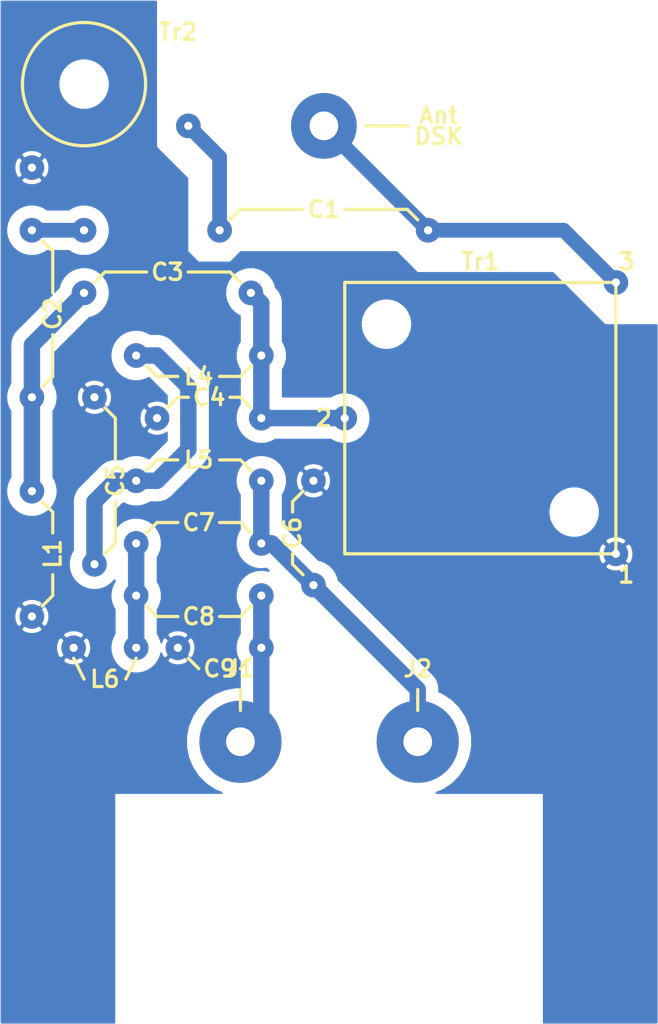
<source format=kicad_pcb>
(kicad_pcb (version 20171130) (host pcbnew "(5.1.6)-1")

  (general
    (thickness 1.6)
    (drawings 8)
    (tracks 31)
    (zones 0)
    (modules 18)
    (nets 11)
  )

  (page A4 portrait)
  (title_block
    (title "Głowica DSK Toral B-2730-005 - Replika")
  )

  (layers
    (0 F.Cu signal)
    (31 B.Cu signal)
    (32 B.Adhes user)
    (33 F.Adhes user)
    (34 B.Paste user)
    (35 F.Paste user)
    (36 B.SilkS user)
    (37 F.SilkS user)
    (38 B.Mask user)
    (39 F.Mask user)
    (40 Dwgs.User user)
    (41 Cmts.User user)
    (42 Eco1.User user)
    (43 Eco2.User user)
    (44 Edge.Cuts user)
    (45 Margin user)
    (46 B.CrtYd user)
    (47 F.CrtYd user)
    (48 B.Fab user)
    (49 F.Fab user)
  )

  (setup
    (last_trace_width 2)
    (user_trace_width 1.8)
    (user_trace_width 2)
    (trace_clearance 0.2)
    (zone_clearance 1.5)
    (zone_45_only no)
    (trace_min 0.2)
    (via_size 0.8)
    (via_drill 0.4)
    (via_min_size 0.4)
    (via_min_drill 0.3)
    (uvia_size 0.3)
    (uvia_drill 0.1)
    (uvias_allowed no)
    (uvia_min_size 0.2)
    (uvia_min_drill 0.1)
    (edge_width 0.05)
    (segment_width 0.2)
    (pcb_text_width 0.3)
    (pcb_text_size 1.5 1.5)
    (mod_edge_width 0.12)
    (mod_text_size 1 1)
    (mod_text_width 0.15)
    (pad_size 1.524 1.524)
    (pad_drill 0.762)
    (pad_to_mask_clearance 0.05)
    (aux_axis_origin 0 0)
    (visible_elements 7FFFFFFF)
    (pcbplotparams
      (layerselection 0x010fc_ffffffff)
      (usegerberextensions false)
      (usegerberattributes true)
      (usegerberadvancedattributes true)
      (creategerberjobfile true)
      (excludeedgelayer true)
      (linewidth 0.100000)
      (plotframeref false)
      (viasonmask false)
      (mode 1)
      (useauxorigin false)
      (hpglpennumber 1)
      (hpglpenspeed 20)
      (hpglpendiameter 15.000000)
      (psnegative false)
      (psa4output false)
      (plotreference true)
      (plotvalue true)
      (plotinvisibletext false)
      (padsonsilk false)
      (subtractmaskfromsilk false)
      (outputformat 1)
      (mirror false)
      (drillshape 1)
      (scaleselection 1)
      (outputdirectory ""))
  )

  (net 0 "")
  (net 1 "Net-(AE1-Pad1)")
  (net 2 "Net-(C1-Pad1)")
  (net 3 "Net-(C2-Pad1)")
  (net 4 "Net-(C2-Pad2)")
  (net 5 GND)
  (net 6 "Net-(C6-Pad1)")
  (net 7 "Net-(C7-Pad1)")
  (net 8 "Net-(C8-Pad1)")
  (net 9 "Net-(C3-Pad2)")
  (net 10 "Net-(C5-Pad2)")

  (net_class Default "This is the default net class."
    (clearance 0.2)
    (trace_width 0.25)
    (via_dia 0.8)
    (via_drill 0.4)
    (uvia_dia 0.3)
    (uvia_drill 0.1)
    (add_net GND)
    (add_net "Net-(AE1-Pad1)")
    (add_net "Net-(C1-Pad1)")
    (add_net "Net-(C2-Pad1)")
    (add_net "Net-(C2-Pad2)")
    (add_net "Net-(C3-Pad2)")
    (add_net "Net-(C5-Pad2)")
    (add_net "Net-(C6-Pad1)")
    (add_net "Net-(C7-Pad1)")
    (add_net "Net-(C8-Pad1)")
  )

  (module Toral_B-2730-005_replika:Antena (layer F.Cu) (tedit 5F412FA9) (tstamp 5F41980B)
    (at 102.87 93.98)
    (path /5F429CD2)
    (fp_text reference AE1 (at 0 -5.08) (layer F.SilkS) hide
      (effects (font (size 1 1) (thickness 0.15)))
    )
    (fp_text value "Antena prętowa DSK" (at 0 5.08) (layer F.Fab) hide
      (effects (font (size 1 1) (thickness 0.15)))
    )
    (fp_line (start 5.08 0) (end 10.16 0) (layer F.SilkS) (width 0.4))
    (fp_text user Ant (at 13.97 -1.27) (layer F.SilkS)
      (effects (font (size 2 2) (thickness 0.4)))
    )
    (fp_text user DSK (at 13.97 1.27) (layer F.SilkS)
      (effects (font (size 2 2) (thickness 0.4)))
    )
    (pad 1 thru_hole circle (at 0 0) (size 8 8) (drill 3.5) (layers B.Cu B.Mask)
      (net 1 "Net-(AE1-Pad1)"))
  )

  (module Toral_B-2730-005_replika:2pin_25mm (layer F.Cu) (tedit 5F412FAF) (tstamp 5F419815)
    (at 102.87 106.68)
    (path /5F429262)
    (fp_text reference C1 (at 0 -2.54) (layer F.SilkS)
      (effects (font (size 2 2) (thickness 0.4)))
    )
    (fp_text value 68pF (at 0 0) (layer F.Fab) hide
      (effects (font (size 1 1) (thickness 0.15)))
    )
    (fp_line (start -10.16 -2.54) (end -2.54 -2.54) (layer F.SilkS) (width 0.4))
    (fp_line (start 10.16 -2.54) (end 2.54 -2.54) (layer F.SilkS) (width 0.4))
    (fp_line (start 10.16 -2.54) (end 11.43 -1.27) (layer F.SilkS) (width 0.4))
    (fp_line (start -11.43 -1.27) (end -10.16 -2.54) (layer F.SilkS) (width 0.4))
    (pad 1 thru_hole circle (at -12.7 0) (size 3 3) (drill 1) (layers B.Cu B.Mask)
      (net 2 "Net-(C1-Pad1)"))
    (pad 2 thru_hole circle (at 12.7 0) (size 3 3) (drill 1) (layers B.Cu B.Mask)
      (net 1 "Net-(AE1-Pad1)"))
  )

  (module Toral_B-2730-005_replika:2pin_20mm (layer F.Cu) (tedit 5F412BA0) (tstamp 5F419EC6)
    (at 67.31 116.84 270)
    (path /5F4289E2)
    (fp_text reference C2 (at 0 -2.54 90) (layer F.SilkS)
      (effects (font (size 2 2) (thickness 0.4)))
    )
    (fp_text value 560pF (at 0 0 90) (layer F.Fab) hide
      (effects (font (size 1 1) (thickness 0.15)))
    )
    (fp_line (start -7.62 -2.54) (end -2.54 -2.54) (layer F.SilkS) (width 0.4))
    (fp_line (start 7.62 -2.54) (end 2.54 -2.54) (layer F.SilkS) (width 0.4))
    (fp_line (start 7.62 -2.54) (end 8.89 -1.27) (layer F.SilkS) (width 0.4))
    (fp_line (start -8.89 -1.27) (end -7.62 -2.54) (layer F.SilkS) (width 0.4))
    (pad 1 thru_hole circle (at -10.16 0 270) (size 3 3) (drill 1) (layers B.Cu B.Mask)
      (net 3 "Net-(C2-Pad1)"))
    (pad 2 thru_hole circle (at 10.16 0 270) (size 3 3) (drill 1) (layers B.Cu B.Mask)
      (net 4 "Net-(C2-Pad2)"))
  )

  (module Toral_B-2730-005_replika:2pin_20mm (layer F.Cu) (tedit 5F412BA0) (tstamp 5F419829)
    (at 83.82 114.3)
    (path /5F422D94)
    (fp_text reference C3 (at 0 -2.54) (layer F.SilkS)
      (effects (font (size 2 2) (thickness 0.4)))
    )
    (fp_text value 560pF (at 0 0) (layer F.Fab) hide
      (effects (font (size 1 1) (thickness 0.15)))
    )
    (fp_line (start -8.89 -1.27) (end -7.62 -2.54) (layer F.SilkS) (width 0.4))
    (fp_line (start 7.62 -2.54) (end 8.89 -1.27) (layer F.SilkS) (width 0.4))
    (fp_line (start 7.62 -2.54) (end 2.54 -2.54) (layer F.SilkS) (width 0.4))
    (fp_line (start -7.62 -2.54) (end -2.54 -2.54) (layer F.SilkS) (width 0.4))
    (pad 2 thru_hole circle (at 10.16 0) (size 3 3) (drill 1) (layers B.Cu B.Mask)
      (net 9 "Net-(C3-Pad2)"))
    (pad 1 thru_hole circle (at -10.16 0) (size 3 3) (drill 1) (layers B.Cu B.Mask)
      (net 4 "Net-(C2-Pad2)"))
  )

  (module Toral_B-2730-005_replika:2pin_13mm (layer F.Cu) (tedit 5F412BB7) (tstamp 5F419833)
    (at 88.9 129.54)
    (path /5F41265C)
    (fp_text reference C4 (at 0 -2.54) (layer F.SilkS)
      (effects (font (size 2 2) (thickness 0.4)))
    )
    (fp_text value 27pF (at 0 0) (layer F.Fab) hide
      (effects (font (size 1 1) (thickness 0.15)))
    )
    (fp_line (start -3.81 -2.54) (end -2.54 -2.54) (layer F.SilkS) (width 0.4))
    (fp_line (start 3.81 -2.54) (end 2.54 -2.54) (layer F.SilkS) (width 0.4))
    (fp_line (start 3.81 -2.54) (end 5.08 -1.27) (layer F.SilkS) (width 0.4))
    (fp_line (start -5.08 -1.27) (end -3.81 -2.54) (layer F.SilkS) (width 0.4))
    (pad 2 thru_hole circle (at 6.35 0) (size 3 3) (drill 1) (layers B.Cu B.Mask)
      (net 9 "Net-(C3-Pad2)"))
    (pad 1 thru_hole circle (at -6.35 0) (size 3 3) (drill 1) (layers B.Cu B.Mask)
      (net 5 GND))
  )

  (module Toral_B-2730-005_replika:2pin_20mm (layer F.Cu) (tedit 5F412BA0) (tstamp 5F41983D)
    (at 74.93 137.16 270)
    (path /5F411ACA)
    (fp_text reference C5 (at 0 -2.54 90) (layer F.SilkS)
      (effects (font (size 2 2) (thickness 0.4)))
    )
    (fp_text value 100pF (at 0 0 90) (layer F.Fab) hide
      (effects (font (size 1 1) (thickness 0.15)))
    )
    (fp_line (start -8.89 -1.27) (end -7.62 -2.54) (layer F.SilkS) (width 0.4))
    (fp_line (start 7.62 -2.54) (end 8.89 -1.27) (layer F.SilkS) (width 0.4))
    (fp_line (start 7.62 -2.54) (end 2.54 -2.54) (layer F.SilkS) (width 0.4))
    (fp_line (start -7.62 -2.54) (end -2.54 -2.54) (layer F.SilkS) (width 0.4))
    (pad 2 thru_hole circle (at 10.16 0 270) (size 3 3) (drill 1) (layers B.Cu B.Mask)
      (net 10 "Net-(C5-Pad2)"))
    (pad 1 thru_hole circle (at -10.16 0 270) (size 3 3) (drill 1) (layers B.Cu B.Mask)
      (net 5 GND))
  )

  (module Toral_B-2730-005_replika:2pin_13mm (layer F.Cu) (tedit 5F412BB7) (tstamp 5F41B4BC)
    (at 101.6 143.51 90)
    (path /5F40EE19)
    (fp_text reference C6 (at 0 -2.54 90) (layer F.SilkS)
      (effects (font (size 2 2) (thickness 0.4)))
    )
    (fp_text value 27pF (at 0 0 90) (layer F.Fab) hide
      (effects (font (size 1 1) (thickness 0.15)))
    )
    (fp_line (start -5.08 -1.27) (end -3.81 -2.54) (layer F.SilkS) (width 0.4))
    (fp_line (start 3.81 -2.54) (end 5.08 -1.27) (layer F.SilkS) (width 0.4))
    (fp_line (start 3.81 -2.54) (end 2.54 -2.54) (layer F.SilkS) (width 0.4))
    (fp_line (start -3.81 -2.54) (end -2.54 -2.54) (layer F.SilkS) (width 0.4))
    (pad 1 thru_hole circle (at -6.35 0 90) (size 3 3) (drill 1) (layers B.Cu B.Mask)
      (net 6 "Net-(C6-Pad1)"))
    (pad 2 thru_hole circle (at 6.35 0 90) (size 3 3) (drill 1) (layers B.Cu B.Mask)
      (net 5 GND))
  )

  (module Toral_B-2730-005_replika:2pin_15mm (layer F.Cu) (tedit 5F412BAB) (tstamp 5F41B465)
    (at 87.63 144.78)
    (path /5F418862)
    (fp_text reference C7 (at 0 -2.54) (layer F.SilkS)
      (effects (font (size 2 2) (thickness 0.4)))
    )
    (fp_text value 51pF (at 0 0) (layer F.Fab) hide
      (effects (font (size 1 1) (thickness 0.15)))
    )
    (fp_line (start -5.08 -2.54) (end -2.54 -2.54) (layer F.SilkS) (width 0.4))
    (fp_line (start 5.08 -2.54) (end 2.54 -2.54) (layer F.SilkS) (width 0.4))
    (fp_line (start 5.08 -2.54) (end 6.35 -1.27) (layer F.SilkS) (width 0.4))
    (fp_line (start -6.35 -1.27) (end -5.08 -2.54) (layer F.SilkS) (width 0.4))
    (pad 2 thru_hole circle (at 7.62 0) (size 3 3) (drill 1) (layers B.Cu B.Mask)
      (net 6 "Net-(C6-Pad1)"))
    (pad 1 thru_hole circle (at -7.62 0) (size 3 3) (drill 1) (layers B.Cu B.Mask)
      (net 7 "Net-(C7-Pad1)"))
  )

  (module Toral_B-2730-005_replika:2pin_15mm (layer F.Cu) (tedit 5F412BAB) (tstamp 5F41985B)
    (at 87.63 151.13 180)
    (path /5F419E34)
    (fp_text reference C8 (at 0 -2.54) (layer F.SilkS)
      (effects (font (size 2 2) (thickness 0.4)))
    )
    (fp_text value 51pF (at 0 0) (layer F.Fab) hide
      (effects (font (size 1 1) (thickness 0.15)))
    )
    (fp_line (start -6.35 -1.27) (end -5.08 -2.54) (layer F.SilkS) (width 0.4))
    (fp_line (start 5.08 -2.54) (end 6.35 -1.27) (layer F.SilkS) (width 0.4))
    (fp_line (start 5.08 -2.54) (end 2.54 -2.54) (layer F.SilkS) (width 0.4))
    (fp_line (start -5.08 -2.54) (end -2.54 -2.54) (layer F.SilkS) (width 0.4))
    (pad 1 thru_hole circle (at -7.62 0 180) (size 3 3) (drill 1) (layers B.Cu B.Mask)
      (net 8 "Net-(C8-Pad1)"))
    (pad 2 thru_hole circle (at 7.62 0 180) (size 3 3) (drill 1) (layers B.Cu B.Mask)
      (net 7 "Net-(C7-Pad1)"))
  )

  (module Toral_B-2730-005_replika:2pin_10mm (layer F.Cu) (tedit 5F412BCB) (tstamp 5F419863)
    (at 90.17 157.48 180)
    (path /5F41A9A1)
    (fp_text reference C9 (at 0 -2.54) (layer F.SilkS)
      (effects (font (size 2 2) (thickness 0.4)))
    )
    (fp_text value 15pF (at 0 0) (layer F.Fab) hide
      (effects (font (size 1 1) (thickness 0.15)))
    )
    (fp_line (start -3.81 -1.27) (end -2.54 -2.54) (layer F.SilkS) (width 0.4))
    (fp_line (start 2.54 -2.54) (end 3.81 -1.27) (layer F.SilkS) (width 0.4))
    (pad 2 thru_hole circle (at 5.08 0 180) (size 3 3) (drill 1) (layers B.Cu B.Mask)
      (net 5 GND))
    (pad 1 thru_hole circle (at -5.08 0 180) (size 3 3) (drill 1) (layers B.Cu B.Mask)
      (net 8 "Net-(C8-Pad1)"))
  )

  (module Toral_B-2730-005_replika:Pad (layer F.Cu) (tedit 5F412F9D) (tstamp 5F419869)
    (at 92.71 168.91)
    (path /5F47E6A9)
    (fp_text reference J1 (at 0 -8.89) (layer F.SilkS)
      (effects (font (size 2 2) (thickness 0.4)))
    )
    (fp_text value UKF (at 0 6.35) (layer F.Fab) hide
      (effects (font (size 1 1) (thickness 0.15)))
    )
    (fp_line (start 0 -3.81) (end 0 -6.35) (layer F.SilkS) (width 0.4))
    (pad 1 thru_hole circle (at 0 0) (size 10 10) (drill 3.5) (layers B.Cu B.Mask)
      (net 8 "Net-(C8-Pad1)"))
  )

  (module Toral_B-2730-005_replika:Pad (layer F.Cu) (tedit 5F412F9D) (tstamp 5F41986F)
    (at 114.3 168.91)
    (path /5F47F0E1)
    (fp_text reference J2 (at 0 -8.89) (layer F.SilkS)
      (effects (font (size 2 2) (thickness 0.4)))
    )
    (fp_text value Wy (at 0 6.35) (layer F.Fab) hide
      (effects (font (size 1 1) (thickness 0.15)))
    )
    (fp_line (start 0 -3.81) (end 0 -6.35) (layer F.SilkS) (width 0.4))
    (pad 1 thru_hole circle (at 0 0) (size 10 10) (drill 3.5) (layers B.Cu B.Mask)
      (net 6 "Net-(C6-Pad1)"))
  )

  (module Toral_B-2730-005_replika:2pin_15mm (layer F.Cu) (tedit 5F412BAB) (tstamp 5F419879)
    (at 67.31 146.05 270)
    (path /5F42A718)
    (fp_text reference L1 (at 0 -2.54 90) (layer F.SilkS)
      (effects (font (size 2 2) (thickness 0.4)))
    )
    (fp_text value L_Core_Ferrite (at 0 0 90) (layer F.Fab) hide
      (effects (font (size 1 1) (thickness 0.15)))
    )
    (fp_line (start -5.08 -2.54) (end -2.54 -2.54) (layer F.SilkS) (width 0.4))
    (fp_line (start 5.08 -2.54) (end 2.54 -2.54) (layer F.SilkS) (width 0.4))
    (fp_line (start 5.08 -2.54) (end 6.35 -1.27) (layer F.SilkS) (width 0.4))
    (fp_line (start -6.35 -1.27) (end -5.08 -2.54) (layer F.SilkS) (width 0.4))
    (pad 2 thru_hole circle (at 7.62 0 270) (size 3 3) (drill 1) (layers B.Cu B.Mask)
      (net 5 GND))
    (pad 1 thru_hole circle (at -7.62 0 270) (size 3 3) (drill 1) (layers B.Cu B.Mask)
      (net 4 "Net-(C2-Pad2)"))
  )

  (module Toral_B-2730-005_replika:2pin_15mm (layer F.Cu) (tedit 5F412BAB) (tstamp 5F419883)
    (at 87.63 121.92 180)
    (path /5F4120EB)
    (fp_text reference L4 (at 0 -2.54) (layer F.SilkS)
      (effects (font (size 2 2) (thickness 0.4)))
    )
    (fp_text value L (at 0 0) (layer F.Fab) hide
      (effects (font (size 1 1) (thickness 0.15)))
    )
    (fp_line (start -6.35 -1.27) (end -5.08 -2.54) (layer F.SilkS) (width 0.4))
    (fp_line (start 5.08 -2.54) (end 6.35 -1.27) (layer F.SilkS) (width 0.4))
    (fp_line (start 5.08 -2.54) (end 2.54 -2.54) (layer F.SilkS) (width 0.4))
    (fp_line (start -5.08 -2.54) (end -2.54 -2.54) (layer F.SilkS) (width 0.4))
    (pad 1 thru_hole circle (at -7.62 0 180) (size 3 3) (drill 1) (layers B.Cu B.Mask)
      (net 9 "Net-(C3-Pad2)"))
    (pad 2 thru_hole circle (at 7.62 0 180) (size 3 3) (drill 1) (layers B.Cu B.Mask)
      (net 10 "Net-(C5-Pad2)"))
  )

  (module Toral_B-2730-005_replika:2pin_15mm (layer F.Cu) (tedit 5F412BAB) (tstamp 5F41988D)
    (at 87.63 137.16)
    (path /5F40FBA9)
    (fp_text reference L5 (at 0 -2.54) (layer F.SilkS)
      (effects (font (size 2 2) (thickness 0.4)))
    )
    (fp_text value L (at 0 0) (layer F.Fab) hide
      (effects (font (size 1 1) (thickness 0.15)))
    )
    (fp_line (start -5.08 -2.54) (end -2.54 -2.54) (layer F.SilkS) (width 0.4))
    (fp_line (start 5.08 -2.54) (end 2.54 -2.54) (layer F.SilkS) (width 0.4))
    (fp_line (start 5.08 -2.54) (end 6.35 -1.27) (layer F.SilkS) (width 0.4))
    (fp_line (start -6.35 -1.27) (end -5.08 -2.54) (layer F.SilkS) (width 0.4))
    (pad 2 thru_hole circle (at 7.62 0) (size 3 3) (drill 1) (layers B.Cu B.Mask)
      (net 6 "Net-(C6-Pad1)"))
    (pad 1 thru_hole circle (at -7.62 0) (size 3 3) (drill 1) (layers B.Cu B.Mask)
      (net 10 "Net-(C5-Pad2)"))
  )

  (module Toral_B-2730-005_replika:2pin_7.5mm (layer F.Cu) (tedit 5F412BD7) (tstamp 5F419895)
    (at 76.2 157.48 180)
    (path /5F41A46D)
    (fp_text reference L6 (at 0 -3.81) (layer F.SilkS)
      (effects (font (size 2 2) (thickness 0.4)))
    )
    (fp_text value L (at 0 0) (layer F.Fab) hide
      (effects (font (size 1 1) (thickness 0.15)))
    )
    (fp_line (start 2.54 -3.81) (end 3.81 -1.27) (layer F.SilkS) (width 0.4))
    (fp_line (start -3.81 -1.27) (end -2.54 -3.81) (layer F.SilkS) (width 0.4))
    (pad 2 thru_hole circle (at 3.81 0 180) (size 3 3) (drill 1) (layers B.Cu B.Mask)
      (net 5 GND))
    (pad 1 thru_hole circle (at -3.81 0 180) (size 3 3) (drill 1) (layers B.Cu B.Mask)
      (net 7 "Net-(C7-Pad1)"))
  )

  (module Toral_B-2730-005_replika:Tr1 (layer F.Cu) (tedit 5F412B78) (tstamp 5F41AE3A)
    (at 121.92 129.54)
    (path /5F4450D5)
    (fp_text reference Tr1 (at 0 -19.05) (layer F.SilkS)
      (effects (font (size 2 2) (thickness 0.4)))
    )
    (fp_text value 36 (at 0 0) (layer F.Fab) hide
      (effects (font (size 1 1) (thickness 0.15)))
    )
    (fp_line (start -16.51 16.51) (end -16.51 -16.51) (layer F.SilkS) (width 0.4))
    (fp_line (start -16.51 -16.51) (end 16.51 -16.51) (layer F.SilkS) (width 0.4))
    (fp_line (start 16.51 -16.51) (end 16.51 16.51) (layer F.SilkS) (width 0.4))
    (fp_line (start 16.51 16.51) (end -16.51 16.51) (layer F.SilkS) (width 0.4))
    (fp_text user 1 (at 17.78 19.05) (layer F.SilkS)
      (effects (font (size 2 2) (thickness 0.4)))
    )
    (fp_text user 2 (at -19.05 0) (layer F.SilkS)
      (effects (font (size 2 2) (thickness 0.4)))
    )
    (fp_text user 3 (at 17.78 -19.05) (layer F.SilkS)
      (effects (font (size 2 2) (thickness 0.4)))
    )
    (pad "" np_thru_hole circle (at 11.43 11.43) (size 3 3) (drill 3) (layers *.Cu *.Mask))
    (pad "" np_thru_hole circle (at -11.43 -11.43 180) (size 3 3) (drill 3) (layers *.Cu *.Mask))
    (pad 3 thru_hole circle (at 16.51 -16.51) (size 3 3) (drill 1) (layers B.Cu B.Mask)
      (net 1 "Net-(AE1-Pad1)"))
    (pad 2 thru_hole circle (at -16.51 0) (size 3 3) (drill 1) (layers B.Cu B.Mask)
      (net 9 "Net-(C3-Pad2)"))
    (pad 1 thru_hole circle (at 16.51 16.51) (size 3 3) (drill 1) (layers B.Cu B.Mask)
      (net 5 GND))
  )

  (module Toral_B-2730-005_replika:Tr2 (layer F.Cu) (tedit 5F41339F) (tstamp 5F41AB4D)
    (at 73.66 88.9)
    (path /5F44492C)
    (fp_text reference Tr2 (at 11.43 -6.35) (layer F.SilkS)
      (effects (font (size 2 2) (thickness 0.4)))
    )
    (fp_text value 4.7 (at 0 5.08) (layer F.Fab)
      (effects (font (size 1 1) (thickness 0.15)))
    )
    (fp_circle (center 0 0) (end 7.5 0) (layer F.SilkS) (width 0.4))
    (pad "" np_thru_hole circle (at 0 0) (size 3 3) (drill 3) (layers *.Cu *.Mask))
    (pad 1 thru_hole circle (at -6.35 10.16) (size 3 3) (drill 1) (layers B.Cu B.Mask)
      (net 5 GND))
    (pad 2 thru_hole circle (at 0 17.78) (size 3 3) (drill 1) (layers B.Cu B.Mask)
      (net 3 "Net-(C2-Pad1)"))
    (pad 3 thru_hole circle (at 12.7 5.08) (size 3 3) (drill 1) (layers B.Cu B.Mask)
      (net 2 "Net-(C1-Pad1)"))
  )

  (gr_line (start 143.51 203.2) (end 129.54 203.2) (layer Margin) (width 0.15) (tstamp 5F419E90))
  (gr_line (start 63.5 203.2) (end 77.47 203.2) (layer Margin) (width 0.15) (tstamp 5F419E8F))
  (gr_line (start 77.47 175.26) (end 77.47 203.2) (layer Margin) (width 0.15))
  (gr_line (start 129.54 175.26) (end 77.47 175.26) (layer Margin) (width 0.15))
  (gr_line (start 129.54 203.2) (end 129.54 175.26) (layer Margin) (width 0.15))
  (gr_line (start 63.5 78.74) (end 63.5 203.2) (layer Margin) (width 0.15) (tstamp 5F419DE8))
  (gr_line (start 143.51 203.2) (end 143.51 78.74) (layer Margin) (width 0.15) (tstamp 5F419DD8))
  (gr_line (start 63.5 78.74) (end 143.51 78.74) (layer Margin) (width 0.15))

  (segment (start 115.57 106.68) (end 102.87 93.98) (width 1.8) (layer B.Cu) (net 1))
  (segment (start 132.08 106.68) (end 138.43 113.03) (width 1.8) (layer B.Cu) (net 1))
  (segment (start 115.57 106.68) (end 132.08 106.68) (width 1.8) (layer B.Cu) (net 1))
  (segment (start 90.17 97.79) (end 86.36 93.98) (width 1.8) (layer B.Cu) (net 2))
  (segment (start 90.17 106.68) (end 90.17 97.79) (width 1.8) (layer B.Cu) (net 2))
  (segment (start 73.66 106.68) (end 67.31 106.68) (width 1.8) (layer B.Cu) (net 3))
  (segment (start 73.66 114.3) (end 67.31 120.65) (width 2) (layer B.Cu) (net 4))
  (segment (start 67.31 120.65) (end 67.31 127) (width 2) (layer B.Cu) (net 4))
  (segment (start 67.31 138.43) (end 67.31 127) (width 2) (layer B.Cu) (net 4))
  (segment (start 82.55 137.16) (end 80.01 137.16) (width 2) (layer B.Cu) (net 10))
  (segment (start 86.36 133.35) (end 82.55 137.16) (width 2) (layer B.Cu) (net 10))
  (segment (start 86.36 125.73) (end 86.36 133.35) (width 2) (layer B.Cu) (net 10))
  (segment (start 80.01 121.92) (end 82.55 121.92) (width 2) (layer B.Cu) (net 10))
  (segment (start 82.55 121.92) (end 86.36 125.73) (width 2) (layer B.Cu) (net 10))
  (segment (start 80.01 137.16) (end 77.47 137.16) (width 2) (layer B.Cu) (net 10))
  (segment (start 74.93 139.7) (end 74.93 147.32) (width 2) (layer B.Cu) (net 10))
  (segment (start 77.47 137.16) (end 74.93 139.7) (width 2) (layer B.Cu) (net 10))
  (segment (start 95.25 144.78) (end 95.25 137.16) (width 2) (layer B.Cu) (net 6))
  (segment (start 101.6 149.86) (end 96.52 144.78) (width 2) (layer B.Cu) (net 6))
  (segment (start 96.52 144.78) (end 95.25 144.78) (width 2) (layer B.Cu) (net 6))
  (segment (start 101.6 149.86) (end 114.3 162.56) (width 2) (layer B.Cu) (net 6))
  (segment (start 114.3 162.56) (end 114.3 168.91) (width 2) (layer B.Cu) (net 6))
  (segment (start 80.01 151.13) (end 80.01 144.78) (width 2) (layer B.Cu) (net 7))
  (segment (start 80.01 157.48) (end 80.01 151.13) (width 2) (layer B.Cu) (net 7))
  (segment (start 95.25 157.48) (end 95.25 151.13) (width 2) (layer B.Cu) (net 8))
  (segment (start 95.25 166.37) (end 92.71 168.91) (width 2) (layer B.Cu) (net 8))
  (segment (start 95.25 157.48) (end 95.25 166.37) (width 2) (layer B.Cu) (net 8))
  (segment (start 95.25 129.54) (end 95.25 121.92) (width 2) (layer B.Cu) (net 9))
  (segment (start 95.25 115.57) (end 93.98 114.3) (width 2) (layer B.Cu) (net 9))
  (segment (start 95.25 121.92) (end 95.25 115.57) (width 2) (layer B.Cu) (net 9))
  (segment (start 95.25 129.54) (end 105.41 129.54) (width 2) (layer B.Cu) (net 9))

  (zone (net 5) (net_name GND) (layer B.Cu) (tstamp 0) (hatch edge 0.508)
    (connect_pads (clearance 1.5))
    (min_thickness 0.254)
    (fill yes (arc_segments 32) (thermal_gap 0.508) (thermal_bridge_width 0.508))
    (polygon
      (pts
        (xy 82.55 96.52) (xy 86.36 100.33) (xy 86.36 109.22) (xy 87.63 110.49) (xy 91.44 110.49)
        (xy 92.71 109.22) (xy 111.76 109.22) (xy 114.3 111.76) (xy 130.81 111.76) (xy 137.16 118.11)
        (xy 143.51 118.11) (xy 143.51 203.2) (xy 129.54 203.2) (xy 129.54 175.26) (xy 77.47 175.26)
        (xy 77.47 203.2) (xy 63.5 203.2) (xy 63.5 78.74) (xy 82.55 78.74)
      )
    )
    (filled_polygon
      (pts
        (xy 82.423 96.52) (xy 82.42544 96.544776) (xy 82.432667 96.568601) (xy 82.444403 96.590557) (xy 82.460197 96.609803)
        (xy 86.233 100.382606) (xy 86.233 109.22) (xy 86.23544 109.244776) (xy 86.242667 109.268601) (xy 86.254403 109.290557)
        (xy 86.270197 109.309803) (xy 87.540197 110.579803) (xy 87.559443 110.595597) (xy 87.581399 110.607333) (xy 87.605224 110.61456)
        (xy 87.63 110.617) (xy 91.44 110.617) (xy 91.464776 110.61456) (xy 91.488601 110.607333) (xy 91.510557 110.595597)
        (xy 91.529803 110.579803) (xy 92.762606 109.347) (xy 111.707394 109.347) (xy 114.210197 111.849803) (xy 114.229443 111.865597)
        (xy 114.251399 111.877333) (xy 114.275224 111.88456) (xy 114.3 111.887) (xy 130.757394 111.887) (xy 137.070197 118.199803)
        (xy 137.089443 118.215597) (xy 137.111399 118.227333) (xy 137.135224 118.23456) (xy 137.16 118.237) (xy 143.383 118.237)
        (xy 143.383 203.073) (xy 129.667 203.073) (xy 129.667 175.26) (xy 129.66456 175.235224) (xy 129.657333 175.211399)
        (xy 129.645597 175.189443) (xy 129.629803 175.170197) (xy 129.610557 175.154403) (xy 129.588601 175.142667) (xy 129.564776 175.13544)
        (xy 129.54 175.133) (xy 116.593535 175.133) (xy 117.439062 174.782771) (xy 118.524466 174.057527) (xy 119.447527 173.134466)
        (xy 120.172771 172.049062) (xy 120.672328 170.843025) (xy 120.927 169.562703) (xy 120.927 168.257297) (xy 120.672328 166.976975)
        (xy 120.172771 165.770938) (xy 119.447527 164.685534) (xy 118.524466 163.762473) (xy 117.439062 163.037229) (xy 116.927 162.825126)
        (xy 116.927 162.689044) (xy 116.93971 162.559999) (xy 116.912428 162.283) (xy 116.888989 162.045018) (xy 116.738774 161.549827)
        (xy 116.494839 161.093456) (xy 116.166557 160.693443) (xy 116.066319 160.61118) (xy 104.657436 149.202298) (xy 104.606831 148.947888)
        (xy 104.371111 148.37881) (xy 104.028899 147.866654) (xy 103.703898 147.541653) (xy 137.117952 147.541653) (xy 137.273962 147.857214)
        (xy 137.648745 148.04802) (xy 138.053551 148.162044) (xy 138.472824 148.194902) (xy 138.890451 148.145334) (xy 139.290383 148.015243)
        (xy 139.586038 147.857214) (xy 139.742048 147.541653) (xy 138.43 146.229605) (xy 137.117952 147.541653) (xy 103.703898 147.541653)
        (xy 103.593346 147.431101) (xy 103.08119 147.088889) (xy 102.512112 146.853169) (xy 102.257702 146.802564) (xy 101.547962 146.092824)
        (xy 136.285098 146.092824) (xy 136.334666 146.510451) (xy 136.464757 146.910383) (xy 136.622786 147.206038) (xy 136.938347 147.362048)
        (xy 138.250395 146.05) (xy 138.609605 146.05) (xy 139.921653 147.362048) (xy 140.237214 147.206038) (xy 140.42802 146.831255)
        (xy 140.542044 146.426449) (xy 140.574902 146.007176) (xy 140.525334 145.589549) (xy 140.395243 145.189617) (xy 140.237214 144.893962)
        (xy 139.921653 144.737952) (xy 138.609605 146.05) (xy 138.250395 146.05) (xy 136.938347 144.737952) (xy 136.622786 144.893962)
        (xy 136.43198 145.268745) (xy 136.317956 145.673551) (xy 136.285098 146.092824) (xy 101.547962 146.092824) (xy 100.013485 144.558347)
        (xy 137.117952 144.558347) (xy 138.43 145.870395) (xy 139.742048 144.558347) (xy 139.586038 144.242786) (xy 139.211255 144.05198)
        (xy 138.806449 143.937956) (xy 138.387176 143.905098) (xy 137.969549 143.954666) (xy 137.569617 144.084757) (xy 137.273962 144.242786)
        (xy 137.117952 144.558347) (xy 100.013485 144.558347) (xy 98.468825 143.013687) (xy 98.386557 142.913443) (xy 97.986544 142.585161)
        (xy 97.877 142.526609) (xy 97.877 140.662017) (xy 130.223 140.662017) (xy 130.223 141.277983) (xy 130.343169 141.882112)
        (xy 130.578889 142.45119) (xy 130.921101 142.963346) (xy 131.356654 143.398899) (xy 131.86881 143.741111) (xy 132.437888 143.976831)
        (xy 133.042017 144.097) (xy 133.657983 144.097) (xy 134.262112 143.976831) (xy 134.83119 143.741111) (xy 135.343346 143.398899)
        (xy 135.778899 142.963346) (xy 136.121111 142.45119) (xy 136.356831 141.882112) (xy 136.477 141.277983) (xy 136.477 140.662017)
        (xy 136.356831 140.057888) (xy 136.121111 139.48881) (xy 135.778899 138.976654) (xy 135.343346 138.541101) (xy 134.83119 138.198889)
        (xy 134.262112 137.963169) (xy 133.657983 137.843) (xy 133.042017 137.843) (xy 132.437888 137.963169) (xy 131.86881 138.198889)
        (xy 131.356654 138.541101) (xy 130.921101 138.976654) (xy 130.578889 139.48881) (xy 130.343169 140.057888) (xy 130.223 140.662017)
        (xy 97.877 140.662017) (xy 97.877 138.856867) (xy 98.014119 138.651653) (xy 100.287952 138.651653) (xy 100.443962 138.967214)
        (xy 100.818745 139.15802) (xy 101.223551 139.272044) (xy 101.642824 139.304902) (xy 102.060451 139.255334) (xy 102.460383 139.125243)
        (xy 102.756038 138.967214) (xy 102.912048 138.651653) (xy 101.6 137.339605) (xy 100.287952 138.651653) (xy 98.014119 138.651653)
        (xy 98.021111 138.64119) (xy 98.256831 138.072112) (xy 98.377 137.467983) (xy 98.377 137.202824) (xy 99.455098 137.202824)
        (xy 99.504666 137.620451) (xy 99.634757 138.020383) (xy 99.792786 138.316038) (xy 100.108347 138.472048) (xy 101.420395 137.16)
        (xy 101.779605 137.16) (xy 103.091653 138.472048) (xy 103.407214 138.316038) (xy 103.59802 137.941255) (xy 103.712044 137.536449)
        (xy 103.744902 137.117176) (xy 103.695334 136.699549) (xy 103.565243 136.299617) (xy 103.407214 136.003962) (xy 103.091653 135.847952)
        (xy 101.779605 137.16) (xy 101.420395 137.16) (xy 100.108347 135.847952) (xy 99.792786 136.003962) (xy 99.60198 136.378745)
        (xy 99.487956 136.783551) (xy 99.455098 137.202824) (xy 98.377 137.202824) (xy 98.377 136.852017) (xy 98.256831 136.247888)
        (xy 98.021111 135.67881) (xy 98.01412 135.668347) (xy 100.287952 135.668347) (xy 101.6 136.980395) (xy 102.912048 135.668347)
        (xy 102.756038 135.352786) (xy 102.381255 135.16198) (xy 101.976449 135.047956) (xy 101.557176 135.015098) (xy 101.139549 135.064666)
        (xy 100.739617 135.194757) (xy 100.443962 135.352786) (xy 100.287952 135.668347) (xy 98.01412 135.668347) (xy 97.678899 135.166654)
        (xy 97.243346 134.731101) (xy 96.73119 134.388889) (xy 96.162112 134.153169) (xy 95.557983 134.033) (xy 94.942017 134.033)
        (xy 94.337888 134.153169) (xy 93.76881 134.388889) (xy 93.256654 134.731101) (xy 92.821101 135.166654) (xy 92.478889 135.67881)
        (xy 92.243169 136.247888) (xy 92.123 136.852017) (xy 92.123 137.467983) (xy 92.243169 138.072112) (xy 92.478889 138.64119)
        (xy 92.623001 138.856868) (xy 92.623 143.083132) (xy 92.478889 143.29881) (xy 92.243169 143.867888) (xy 92.123 144.472017)
        (xy 92.123 145.087983) (xy 92.243169 145.692112) (xy 92.478889 146.26119) (xy 92.821101 146.773346) (xy 93.256654 147.208899)
        (xy 93.76881 147.551111) (xy 94.337888 147.786831) (xy 94.942017 147.907) (xy 95.557983 147.907) (xy 95.869831 147.844969)
        (xy 96.144534 148.119673) (xy 95.557983 148.003) (xy 94.942017 148.003) (xy 94.337888 148.123169) (xy 93.76881 148.358889)
        (xy 93.256654 148.701101) (xy 92.821101 149.136654) (xy 92.478889 149.64881) (xy 92.243169 150.217888) (xy 92.123 150.822017)
        (xy 92.123 151.437983) (xy 92.243169 152.042112) (xy 92.478889 152.61119) (xy 92.623001 152.826868) (xy 92.623 155.783132)
        (xy 92.478889 155.99881) (xy 92.243169 156.567888) (xy 92.123 157.172017) (xy 92.123 157.787983) (xy 92.243169 158.392112)
        (xy 92.478889 158.96119) (xy 92.623 159.176867) (xy 92.623001 162.283) (xy 92.057297 162.283) (xy 90.776975 162.537672)
        (xy 89.570938 163.037229) (xy 88.485534 163.762473) (xy 87.562473 164.685534) (xy 86.837229 165.770938) (xy 86.337672 166.976975)
        (xy 86.083 168.257297) (xy 86.083 169.562703) (xy 86.337672 170.843025) (xy 86.837229 172.049062) (xy 87.562473 173.134466)
        (xy 88.485534 174.057527) (xy 89.570938 174.782771) (xy 90.416465 175.133) (xy 77.47 175.133) (xy 77.445224 175.13544)
        (xy 77.421399 175.142667) (xy 77.399443 175.154403) (xy 77.380197 175.170197) (xy 77.364403 175.189443) (xy 77.352667 175.211399)
        (xy 77.34544 175.235224) (xy 77.343 175.26) (xy 77.343 203.073) (xy 63.627 203.073) (xy 63.627 158.971653)
        (xy 71.077952 158.971653) (xy 71.233962 159.287214) (xy 71.608745 159.47802) (xy 72.013551 159.592044) (xy 72.432824 159.624902)
        (xy 72.850451 159.575334) (xy 73.250383 159.445243) (xy 73.546038 159.287214) (xy 73.702048 158.971653) (xy 72.39 157.659605)
        (xy 71.077952 158.971653) (xy 63.627 158.971653) (xy 63.627 157.522824) (xy 70.245098 157.522824) (xy 70.294666 157.940451)
        (xy 70.424757 158.340383) (xy 70.582786 158.636038) (xy 70.898347 158.792048) (xy 72.210395 157.48) (xy 72.569605 157.48)
        (xy 73.881653 158.792048) (xy 74.197214 158.636038) (xy 74.38802 158.261255) (xy 74.502044 157.856449) (xy 74.534902 157.437176)
        (xy 74.485334 157.019549) (xy 74.355243 156.619617) (xy 74.197214 156.323962) (xy 73.881653 156.167952) (xy 72.569605 157.48)
        (xy 72.210395 157.48) (xy 70.898347 156.167952) (xy 70.582786 156.323962) (xy 70.39198 156.698745) (xy 70.277956 157.103551)
        (xy 70.245098 157.522824) (xy 63.627 157.522824) (xy 63.627 155.988347) (xy 71.077952 155.988347) (xy 72.39 157.300395)
        (xy 73.702048 155.988347) (xy 73.546038 155.672786) (xy 73.171255 155.48198) (xy 72.766449 155.367956) (xy 72.347176 155.335098)
        (xy 71.929549 155.384666) (xy 71.529617 155.514757) (xy 71.233962 155.672786) (xy 71.077952 155.988347) (xy 63.627 155.988347)
        (xy 63.627 155.161653) (xy 65.997952 155.161653) (xy 66.153962 155.477214) (xy 66.528745 155.66802) (xy 66.933551 155.782044)
        (xy 67.352824 155.814902) (xy 67.770451 155.765334) (xy 68.170383 155.635243) (xy 68.466038 155.477214) (xy 68.622048 155.161653)
        (xy 67.31 153.849605) (xy 65.997952 155.161653) (xy 63.627 155.161653) (xy 63.627 153.712824) (xy 65.165098 153.712824)
        (xy 65.214666 154.130451) (xy 65.344757 154.530383) (xy 65.502786 154.826038) (xy 65.818347 154.982048) (xy 67.130395 153.67)
        (xy 67.489605 153.67) (xy 68.801653 154.982048) (xy 69.117214 154.826038) (xy 69.30802 154.451255) (xy 69.422044 154.046449)
        (xy 69.454902 153.627176) (xy 69.405334 153.209549) (xy 69.275243 152.809617) (xy 69.117214 152.513962) (xy 68.801653 152.357952)
        (xy 67.489605 153.67) (xy 67.130395 153.67) (xy 65.818347 152.357952) (xy 65.502786 152.513962) (xy 65.31198 152.888745)
        (xy 65.197956 153.293551) (xy 65.165098 153.712824) (xy 63.627 153.712824) (xy 63.627 152.178347) (xy 65.997952 152.178347)
        (xy 67.31 153.490395) (xy 68.622048 152.178347) (xy 68.466038 151.862786) (xy 68.091255 151.67198) (xy 67.686449 151.557956)
        (xy 67.267176 151.525098) (xy 66.849549 151.574666) (xy 66.449617 151.704757) (xy 66.153962 151.862786) (xy 65.997952 152.178347)
        (xy 63.627 152.178347) (xy 63.627 147.012017) (xy 71.803 147.012017) (xy 71.803 147.627983) (xy 71.923169 148.232112)
        (xy 72.158889 148.80119) (xy 72.501101 149.313346) (xy 72.936654 149.748899) (xy 73.44881 150.091111) (xy 74.017888 150.326831)
        (xy 74.622017 150.447) (xy 75.237983 150.447) (xy 75.842112 150.326831) (xy 76.41119 150.091111) (xy 76.923346 149.748899)
        (xy 77.358899 149.313346) (xy 77.383 149.277276) (xy 77.383 149.433132) (xy 77.238889 149.64881) (xy 77.003169 150.217888)
        (xy 76.883 150.822017) (xy 76.883 151.437983) (xy 77.003169 152.042112) (xy 77.238889 152.61119) (xy 77.383001 152.826868)
        (xy 77.383 155.783132) (xy 77.238889 155.99881) (xy 77.003169 156.567888) (xy 76.883 157.172017) (xy 76.883 157.787983)
        (xy 77.003169 158.392112) (xy 77.238889 158.96119) (xy 77.581101 159.473346) (xy 78.016654 159.908899) (xy 78.52881 160.251111)
        (xy 79.097888 160.486831) (xy 79.702017 160.607) (xy 80.317983 160.607) (xy 80.922112 160.486831) (xy 81.49119 160.251111)
        (xy 82.003346 159.908899) (xy 82.438899 159.473346) (xy 82.774119 158.971653) (xy 83.777952 158.971653) (xy 83.933962 159.287214)
        (xy 84.308745 159.47802) (xy 84.713551 159.592044) (xy 85.132824 159.624902) (xy 85.550451 159.575334) (xy 85.950383 159.445243)
        (xy 86.246038 159.287214) (xy 86.402048 158.971653) (xy 85.09 157.659605) (xy 83.777952 158.971653) (xy 82.774119 158.971653)
        (xy 82.781111 158.96119) (xy 83.016831 158.392112) (xy 83.06417 158.154123) (xy 83.124757 158.340383) (xy 83.282786 158.636038)
        (xy 83.598347 158.792048) (xy 84.910395 157.48) (xy 85.269605 157.48) (xy 86.581653 158.792048) (xy 86.897214 158.636038)
        (xy 87.08802 158.261255) (xy 87.202044 157.856449) (xy 87.234902 157.437176) (xy 87.185334 157.019549) (xy 87.055243 156.619617)
        (xy 86.897214 156.323962) (xy 86.581653 156.167952) (xy 85.269605 157.48) (xy 84.910395 157.48) (xy 83.598347 156.167952)
        (xy 83.282786 156.323962) (xy 83.09198 156.698745) (xy 83.063191 156.800953) (xy 83.016831 156.567888) (xy 82.781111 155.99881)
        (xy 82.77412 155.988347) (xy 83.777952 155.988347) (xy 85.09 157.300395) (xy 86.402048 155.988347) (xy 86.246038 155.672786)
        (xy 85.871255 155.48198) (xy 85.466449 155.367956) (xy 85.047176 155.335098) (xy 84.629549 155.384666) (xy 84.229617 155.514757)
        (xy 83.933962 155.672786) (xy 83.777952 155.988347) (xy 82.77412 155.988347) (xy 82.637 155.783133) (xy 82.637 152.826867)
        (xy 82.781111 152.61119) (xy 83.016831 152.042112) (xy 83.137 151.437983) (xy 83.137 150.822017) (xy 83.016831 150.217888)
        (xy 82.781111 149.64881) (xy 82.637 149.433133) (xy 82.637 146.476867) (xy 82.781111 146.26119) (xy 83.016831 145.692112)
        (xy 83.137 145.087983) (xy 83.137 144.472017) (xy 83.016831 143.867888) (xy 82.781111 143.29881) (xy 82.438899 142.786654)
        (xy 82.003346 142.351101) (xy 81.49119 142.008889) (xy 80.922112 141.773169) (xy 80.317983 141.653) (xy 79.702017 141.653)
        (xy 79.097888 141.773169) (xy 78.52881 142.008889) (xy 78.016654 142.351101) (xy 77.581101 142.786654) (xy 77.557 142.822724)
        (xy 77.557 140.788138) (xy 78.460003 139.885136) (xy 78.52881 139.931111) (xy 79.097888 140.166831) (xy 79.702017 140.287)
        (xy 80.317983 140.287) (xy 80.922112 140.166831) (xy 81.49119 139.931111) (xy 81.706867 139.787) (xy 82.420955 139.787)
        (xy 82.55 139.79971) (xy 82.679045 139.787) (xy 82.679048 139.787) (xy 83.064982 139.748989) (xy 83.560173 139.598774)
        (xy 84.016544 139.354839) (xy 84.416557 139.026557) (xy 84.498825 138.926313) (xy 88.126318 135.298821) (xy 88.226557 135.216557)
        (xy 88.39189 135.015098) (xy 88.554839 134.816545) (xy 88.798774 134.360174) (xy 88.898021 134.033) (xy 88.948989 133.864982)
        (xy 88.987 133.479048) (xy 88.987 133.479045) (xy 88.99971 133.35) (xy 88.987 133.220955) (xy 88.987 125.859045)
        (xy 88.99971 125.73) (xy 88.980352 125.533456) (xy 88.948989 125.215018) (xy 88.82466 124.805161) (xy 88.798774 124.719826)
        (xy 88.554839 124.263455) (xy 88.30882 123.963681) (xy 88.226557 123.863443) (xy 88.126319 123.78118) (xy 84.498825 120.153687)
        (xy 84.416557 120.053443) (xy 84.016544 119.725161) (xy 83.560173 119.481226) (xy 83.064982 119.331011) (xy 82.679048 119.293)
        (xy 82.679045 119.293) (xy 82.55 119.28029) (xy 82.420955 119.293) (xy 81.706867 119.293) (xy 81.49119 119.148889)
        (xy 80.922112 118.913169) (xy 80.317983 118.793) (xy 79.702017 118.793) (xy 79.097888 118.913169) (xy 78.52881 119.148889)
        (xy 78.016654 119.491101) (xy 77.581101 119.926654) (xy 77.238889 120.43881) (xy 77.003169 121.007888) (xy 76.883 121.612017)
        (xy 76.883 122.227983) (xy 77.003169 122.832112) (xy 77.238889 123.40119) (xy 77.581101 123.913346) (xy 78.016654 124.348899)
        (xy 78.52881 124.691111) (xy 79.097888 124.926831) (xy 79.702017 125.047) (xy 80.317983 125.047) (xy 80.922112 124.926831)
        (xy 81.49119 124.691111) (xy 81.559997 124.645135) (xy 83.733 126.818139) (xy 83.733 127.787323) (xy 83.706038 127.732786)
        (xy 83.331255 127.54198) (xy 82.926449 127.427956) (xy 82.507176 127.395098) (xy 82.089549 127.444666) (xy 81.689617 127.574757)
        (xy 81.393962 127.732786) (xy 81.237952 128.048347) (xy 82.55 129.360395) (xy 82.564143 129.346253) (xy 82.743748 129.525858)
        (xy 82.729605 129.54) (xy 82.743748 129.554143) (xy 82.564143 129.733748) (xy 82.55 129.719605) (xy 81.237952 131.031653)
        (xy 81.393962 131.347214) (xy 81.768745 131.53802) (xy 82.173551 131.652044) (xy 82.592824 131.684902) (xy 83.010451 131.635334)
        (xy 83.410383 131.505243) (xy 83.706038 131.347214) (xy 83.733001 131.292677) (xy 83.733001 132.26186) (xy 81.559997 134.434865)
        (xy 81.49119 134.388889) (xy 80.922112 134.153169) (xy 80.317983 134.033) (xy 79.702017 134.033) (xy 79.097888 134.153169)
        (xy 78.52881 134.388889) (xy 78.313133 134.533) (xy 77.599037 134.533) (xy 77.469999 134.520291) (xy 77.340962 134.533)
        (xy 77.340952 134.533) (xy 76.955018 134.571011) (xy 76.459827 134.721226) (xy 76.003456 134.965161) (xy 75.603443 135.293443)
        (xy 75.521179 135.393682) (xy 73.163687 137.751175) (xy 73.063443 137.833443) (xy 72.735161 138.233457) (xy 72.491226 138.689828)
        (xy 72.341011 139.185019) (xy 72.303 139.570952) (xy 72.29029 139.7) (xy 72.303 139.829045) (xy 72.303001 145.623132)
        (xy 72.158889 145.83881) (xy 71.923169 146.407888) (xy 71.803 147.012017) (xy 63.627 147.012017) (xy 63.627 126.692017)
        (xy 64.183 126.692017) (xy 64.183 127.307983) (xy 64.303169 127.912112) (xy 64.538889 128.48119) (xy 64.683001 128.696868)
        (xy 64.683 136.733133) (xy 64.538889 136.94881) (xy 64.303169 137.517888) (xy 64.183 138.122017) (xy 64.183 138.737983)
        (xy 64.303169 139.342112) (xy 64.538889 139.91119) (xy 64.881101 140.423346) (xy 65.316654 140.858899) (xy 65.82881 141.201111)
        (xy 66.397888 141.436831) (xy 67.002017 141.557) (xy 67.617983 141.557) (xy 68.222112 141.436831) (xy 68.79119 141.201111)
        (xy 69.303346 140.858899) (xy 69.738899 140.423346) (xy 70.081111 139.91119) (xy 70.316831 139.342112) (xy 70.437 138.737983)
        (xy 70.437 138.122017) (xy 70.316831 137.517888) (xy 70.081111 136.94881) (xy 69.937 136.733133) (xy 69.937 129.582824)
        (xy 80.405098 129.582824) (xy 80.454666 130.000451) (xy 80.584757 130.400383) (xy 80.742786 130.696038) (xy 81.058347 130.852048)
        (xy 82.370395 129.54) (xy 81.058347 128.227952) (xy 80.742786 128.383962) (xy 80.55198 128.758745) (xy 80.437956 129.163551)
        (xy 80.405098 129.582824) (xy 69.937 129.582824) (xy 69.937 128.696867) (xy 70.074119 128.491653) (xy 73.617952 128.491653)
        (xy 73.773962 128.807214) (xy 74.148745 128.99802) (xy 74.553551 129.112044) (xy 74.972824 129.144902) (xy 75.390451 129.095334)
        (xy 75.790383 128.965243) (xy 76.086038 128.807214) (xy 76.242048 128.491653) (xy 74.93 127.179605) (xy 73.617952 128.491653)
        (xy 70.074119 128.491653) (xy 70.081111 128.48119) (xy 70.316831 127.912112) (xy 70.437 127.307983) (xy 70.437 127.042824)
        (xy 72.785098 127.042824) (xy 72.834666 127.460451) (xy 72.964757 127.860383) (xy 73.122786 128.156038) (xy 73.438347 128.312048)
        (xy 74.750395 127) (xy 75.109605 127) (xy 76.421653 128.312048) (xy 76.737214 128.156038) (xy 76.92802 127.781255)
        (xy 77.042044 127.376449) (xy 77.074902 126.957176) (xy 77.025334 126.539549) (xy 76.895243 126.139617) (xy 76.737214 125.843962)
        (xy 76.421653 125.687952) (xy 75.109605 127) (xy 74.750395 127) (xy 73.438347 125.687952) (xy 73.122786 125.843962)
        (xy 72.93198 126.218745) (xy 72.817956 126.623551) (xy 72.785098 127.042824) (xy 70.437 127.042824) (xy 70.437 126.692017)
        (xy 70.316831 126.087888) (xy 70.081111 125.51881) (xy 70.07412 125.508347) (xy 73.617952 125.508347) (xy 74.93 126.820395)
        (xy 76.242048 125.508347) (xy 76.086038 125.192786) (xy 75.711255 125.00198) (xy 75.306449 124.887956) (xy 74.887176 124.855098)
        (xy 74.469549 124.904666) (xy 74.069617 125.034757) (xy 73.773962 125.192786) (xy 73.617952 125.508347) (xy 70.07412 125.508347)
        (xy 69.937 125.303133) (xy 69.937 121.738138) (xy 74.317702 117.357436) (xy 74.572112 117.306831) (xy 75.14119 117.071111)
        (xy 75.653346 116.728899) (xy 76.088899 116.293346) (xy 76.431111 115.78119) (xy 76.666831 115.212112) (xy 76.787 114.607983)
        (xy 76.787 113.992017) (xy 90.853 113.992017) (xy 90.853 114.607983) (xy 90.973169 115.212112) (xy 91.208889 115.78119)
        (xy 91.551101 116.293346) (xy 91.986654 116.728899) (xy 92.49881 117.071111) (xy 92.623001 117.122553) (xy 92.623 120.223132)
        (xy 92.478889 120.43881) (xy 92.243169 121.007888) (xy 92.123 121.612017) (xy 92.123 122.227983) (xy 92.243169 122.832112)
        (xy 92.478889 123.40119) (xy 92.623001 123.616868) (xy 92.623 127.843132) (xy 92.478889 128.05881) (xy 92.243169 128.627888)
        (xy 92.123 129.232017) (xy 92.123 129.847983) (xy 92.243169 130.452112) (xy 92.478889 131.02119) (xy 92.821101 131.533346)
        (xy 93.256654 131.968899) (xy 93.76881 132.311111) (xy 94.337888 132.546831) (xy 94.942017 132.667) (xy 95.557983 132.667)
        (xy 96.162112 132.546831) (xy 96.73119 132.311111) (xy 96.946867 132.167) (xy 103.713133 132.167) (xy 103.92881 132.311111)
        (xy 104.497888 132.546831) (xy 105.102017 132.667) (xy 105.717983 132.667) (xy 106.322112 132.546831) (xy 106.89119 132.311111)
        (xy 107.403346 131.968899) (xy 107.838899 131.533346) (xy 108.181111 131.02119) (xy 108.416831 130.452112) (xy 108.537 129.847983)
        (xy 108.537 129.232017) (xy 108.416831 128.627888) (xy 108.181111 128.05881) (xy 107.838899 127.546654) (xy 107.403346 127.111101)
        (xy 106.89119 126.768889) (xy 106.322112 126.533169) (xy 105.717983 126.413) (xy 105.102017 126.413) (xy 104.497888 126.533169)
        (xy 103.92881 126.768889) (xy 103.713133 126.913) (xy 97.877 126.913) (xy 97.877 123.616867) (xy 98.021111 123.40119)
        (xy 98.256831 122.832112) (xy 98.377 122.227983) (xy 98.377 121.612017) (xy 98.256831 121.007888) (xy 98.021111 120.43881)
        (xy 97.877 120.223133) (xy 97.877 117.802017) (xy 107.363 117.802017) (xy 107.363 118.417983) (xy 107.483169 119.022112)
        (xy 107.718889 119.59119) (xy 108.061101 120.103346) (xy 108.496654 120.538899) (xy 109.00881 120.881111) (xy 109.577888 121.116831)
        (xy 110.182017 121.237) (xy 110.797983 121.237) (xy 111.402112 121.116831) (xy 111.97119 120.881111) (xy 112.483346 120.538899)
        (xy 112.918899 120.103346) (xy 113.261111 119.59119) (xy 113.496831 119.022112) (xy 113.617 118.417983) (xy 113.617 117.802017)
        (xy 113.496831 117.197888) (xy 113.261111 116.62881) (xy 112.918899 116.116654) (xy 112.483346 115.681101) (xy 111.97119 115.338889)
        (xy 111.402112 115.103169) (xy 110.797983 114.983) (xy 110.182017 114.983) (xy 109.577888 115.103169) (xy 109.00881 115.338889)
        (xy 108.496654 115.681101) (xy 108.061101 116.116654) (xy 107.718889 116.62881) (xy 107.483169 117.197888) (xy 107.363 117.802017)
        (xy 97.877 117.802017) (xy 97.877 115.699044) (xy 97.88971 115.569999) (xy 97.877 115.440952) (xy 97.838989 115.055018)
        (xy 97.688774 114.559827) (xy 97.444839 114.103456) (xy 97.116557 113.703443) (xy 97.036536 113.637772) (xy 96.986831 113.387888)
        (xy 96.751111 112.81881) (xy 96.408899 112.306654) (xy 95.973346 111.871101) (xy 95.46119 111.528889) (xy 94.892112 111.293169)
        (xy 94.287983 111.173) (xy 93.672017 111.173) (xy 93.067888 111.293169) (xy 92.49881 111.528889) (xy 91.986654 111.871101)
        (xy 91.551101 112.306654) (xy 91.208889 112.81881) (xy 90.973169 113.387888) (xy 90.853 113.992017) (xy 76.787 113.992017)
        (xy 76.666831 113.387888) (xy 76.431111 112.81881) (xy 76.088899 112.306654) (xy 75.653346 111.871101) (xy 75.14119 111.528889)
        (xy 74.572112 111.293169) (xy 73.967983 111.173) (xy 73.352017 111.173) (xy 72.747888 111.293169) (xy 72.17881 111.528889)
        (xy 71.666654 111.871101) (xy 71.231101 112.306654) (xy 70.888889 112.81881) (xy 70.653169 113.387888) (xy 70.602564 113.642298)
        (xy 65.543687 118.701175) (xy 65.443443 118.783443) (xy 65.115161 119.183457) (xy 64.871226 119.639828) (xy 64.721011 120.135019)
        (xy 64.689648 120.453456) (xy 64.67029 120.65) (xy 64.683 120.779045) (xy 64.683001 125.303132) (xy 64.538889 125.51881)
        (xy 64.303169 126.087888) (xy 64.183 126.692017) (xy 63.627 126.692017) (xy 63.627 106.372017) (xy 64.183 106.372017)
        (xy 64.183 106.987983) (xy 64.303169 107.592112) (xy 64.538889 108.16119) (xy 64.881101 108.673346) (xy 65.316654 109.108899)
        (xy 65.82881 109.451111) (xy 66.397888 109.686831) (xy 67.002017 109.807) (xy 67.617983 109.807) (xy 68.222112 109.686831)
        (xy 68.79119 109.451111) (xy 69.156528 109.207) (xy 71.813472 109.207) (xy 72.17881 109.451111) (xy 72.747888 109.686831)
        (xy 73.352017 109.807) (xy 73.967983 109.807) (xy 74.572112 109.686831) (xy 75.14119 109.451111) (xy 75.653346 109.108899)
        (xy 76.088899 108.673346) (xy 76.431111 108.16119) (xy 76.666831 107.592112) (xy 76.787 106.987983) (xy 76.787 106.372017)
        (xy 76.666831 105.767888) (xy 76.431111 105.19881) (xy 76.088899 104.686654) (xy 75.653346 104.251101) (xy 75.14119 103.908889)
        (xy 74.572112 103.673169) (xy 73.967983 103.553) (xy 73.352017 103.553) (xy 72.747888 103.673169) (xy 72.17881 103.908889)
        (xy 71.813472 104.153) (xy 69.156528 104.153) (xy 68.79119 103.908889) (xy 68.222112 103.673169) (xy 67.617983 103.553)
        (xy 67.002017 103.553) (xy 66.397888 103.673169) (xy 65.82881 103.908889) (xy 65.316654 104.251101) (xy 64.881101 104.686654)
        (xy 64.538889 105.19881) (xy 64.303169 105.767888) (xy 64.183 106.372017) (xy 63.627 106.372017) (xy 63.627 100.551653)
        (xy 65.997952 100.551653) (xy 66.153962 100.867214) (xy 66.528745 101.05802) (xy 66.933551 101.172044) (xy 67.352824 101.204902)
        (xy 67.770451 101.155334) (xy 68.170383 101.025243) (xy 68.466038 100.867214) (xy 68.622048 100.551653) (xy 67.31 99.239605)
        (xy 65.997952 100.551653) (xy 63.627 100.551653) (xy 63.627 99.102824) (xy 65.165098 99.102824) (xy 65.214666 99.520451)
        (xy 65.344757 99.920383) (xy 65.502786 100.216038) (xy 65.818347 100.372048) (xy 67.130395 99.06) (xy 67.489605 99.06)
        (xy 68.801653 100.372048) (xy 69.117214 100.216038) (xy 69.30802 99.841255) (xy 69.422044 99.436449) (xy 69.454902 99.017176)
        (xy 69.405334 98.599549) (xy 69.275243 98.199617) (xy 69.117214 97.903962) (xy 68.801653 97.747952) (xy 67.489605 99.06)
        (xy 67.130395 99.06) (xy 65.818347 97.747952) (xy 65.502786 97.903962) (xy 65.31198 98.278745) (xy 65.197956 98.683551)
        (xy 65.165098 99.102824) (xy 63.627 99.102824) (xy 63.627 97.568347) (xy 65.997952 97.568347) (xy 67.31 98.880395)
        (xy 68.622048 97.568347) (xy 68.466038 97.252786) (xy 68.091255 97.06198) (xy 67.686449 96.947956) (xy 67.267176 96.915098)
        (xy 66.849549 96.964666) (xy 66.449617 97.094757) (xy 66.153962 97.252786) (xy 65.997952 97.568347) (xy 63.627 97.568347)
        (xy 63.627 88.592017) (xy 70.533 88.592017) (xy 70.533 89.207983) (xy 70.653169 89.812112) (xy 70.888889 90.38119)
        (xy 71.231101 90.893346) (xy 71.666654 91.328899) (xy 72.17881 91.671111) (xy 72.747888 91.906831) (xy 73.352017 92.027)
        (xy 73.967983 92.027) (xy 74.572112 91.906831) (xy 75.14119 91.671111) (xy 75.653346 91.328899) (xy 76.088899 90.893346)
        (xy 76.431111 90.38119) (xy 76.666831 89.812112) (xy 76.787 89.207983) (xy 76.787 88.592017) (xy 76.666831 87.987888)
        (xy 76.431111 87.41881) (xy 76.088899 86.906654) (xy 75.653346 86.471101) (xy 75.14119 86.128889) (xy 74.572112 85.893169)
        (xy 73.967983 85.773) (xy 73.352017 85.773) (xy 72.747888 85.893169) (xy 72.17881 86.128889) (xy 71.666654 86.471101)
        (xy 71.231101 86.906654) (xy 70.888889 87.41881) (xy 70.653169 87.987888) (xy 70.533 88.592017) (xy 63.627 88.592017)
        (xy 63.627 78.867) (xy 82.423 78.867)
      )
    )
  )
)

</source>
